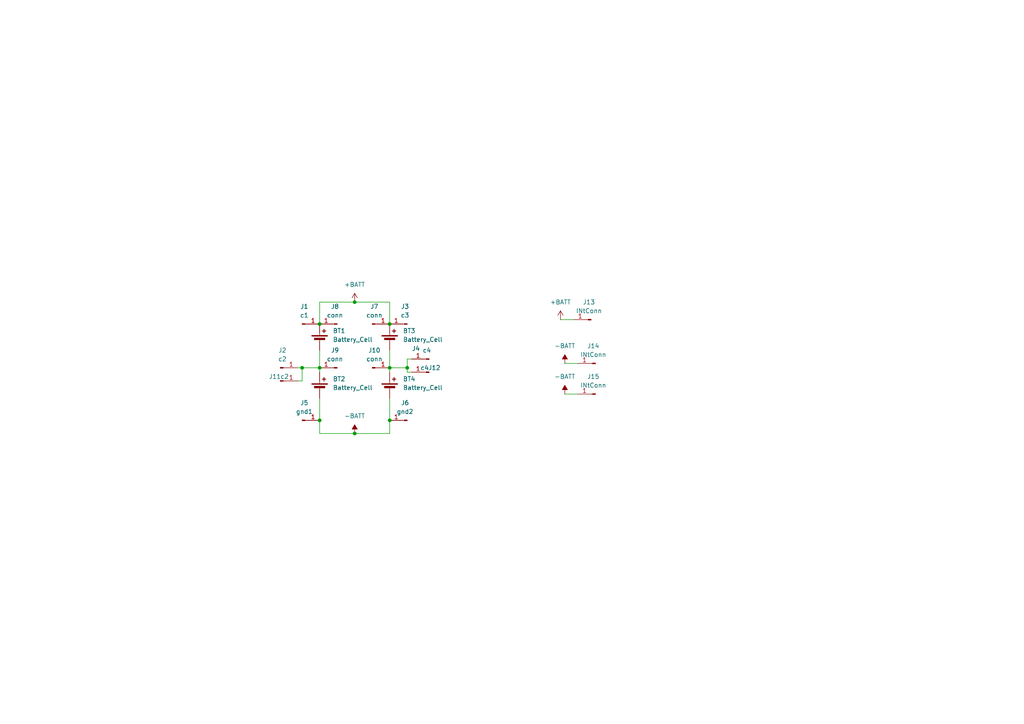
<source format=kicad_sch>
(kicad_sch (version 20250114) (generator "eeschema") (generator_version "9.0")
  (paper "A4")
  (lib_symbols
    (symbol "Connector:Conn_01x01_Pin" (pin_names (offset 1.016) (hide yes))
      (property "Reference" "J" (at 0 2.54 0))
      (property "Value" "Conn_01x01_Pin" (at 0 -2.54 0))
      (symbol "Conn_01x01_Pin_1_1"
        (rectangle (start 0.8636 0.127) (end 0 -0.127) (stroke (width 0.1524)) (fill (type outline)))
        (polyline (pts (xy 1.27 0) (xy 0.8636 0)) (stroke (width 0.1524)))
        (pin passive line (at 5.08 0 180) (length 3.81) (name "Pin_1") (number "1"))
      )
    )
    (symbol "Device:Battery_Cell" (pin_numbers (hide yes)) (pin_names (offset 0) (hide yes))
      (property "Reference" "BT" (at 2.54 2.54 0))
      (property "Value" "Battery_Cell" (at 2.54 0 0))
      (symbol "Battery_Cell_0_1"
        (rectangle (start -2.286 1.778) (end 2.286 1.524) (fill (type outline)))
        (rectangle (start -1.524 1.016) (end 1.524 0.508) (fill (type outline)))
        (polyline (pts (xy 0 1.778) (xy 0 2.54)))
        (polyline (pts (xy 0 0.762) (xy 0 0)))
        (polyline (pts (xy 0.762 3.048) (xy 1.778 3.048)) (stroke (width 0.254)))
        (polyline (pts (xy 1.27 3.556) (xy 1.27 2.54)) (stroke (width 0.254)))
      )
      (symbol "Battery_Cell_1_1"
        (pin passive line (at 0 5.08 270) (length 2.54) (name "+") (number "1"))
        (pin passive line (at 0 -2.54 90) (length 2.54) (name "-") (number "2"))
      )
    )
    (symbol "power:+BATT" (power) (pin_numbers (hide yes)) (pin_names (offset 0) (hide yes))
      (property "Value" "+BATT" (at 0 3.556 0))
      (symbol "+BATT_0_1"
        (polyline (pts (xy -0.762 1.27) (xy 0 2.54)))
        (polyline (pts (xy 0 2.54) (xy 0.762 1.27)))
        (polyline (pts (xy 0 0) (xy 0 2.54)))
      )
      (symbol "+BATT_1_1"
        (pin power_in line (at 0 0 90) (length 0) (name "~") (number "1"))
      )
    )
    (symbol "power:-BATT" (power) (pin_numbers (hide yes)) (pin_names (offset 0) (hide yes))
      (property "Value" "-BATT" (at 0 3.556 0))
      (symbol "-BATT_0_1"
        (polyline (pts (xy 0 0) (xy 0 2.54)))
        (polyline (pts (xy 0.762 1.27) (xy -0.762 1.27) (xy 0 2.54) (xy 0.762 1.27)) (fill (type outline)))
      )
      (symbol "-BATT_1_1"
        (pin power_in line (at 0 0 90) (length 0) (name "~") (number "1"))
      )
    )
  )
  (junction (at 118.11 106.68))
  (junction (at 113.03 121.92))
  (junction (at 92.71 106.68))
  (junction (at 102.87 87.63))
  (junction (at 92.71 121.92))
  (junction (at 113.03 93.98))
  (junction (at 87.63 106.68))
  (junction (at 92.71 93.98))
  (junction (at 113.03 106.68))
  (junction (at 102.87 125.73))
  (wire (pts (xy 118.11 106.68) (xy 113.03 106.68)))
  (wire (pts (xy 102.87 125.73) (xy 113.03 125.73)))
  (wire (pts (xy 162.56 92.71) (xy 166.37 92.71)))
  (wire (pts (xy 113.03 106.68) (xy 113.03 107.95)))
  (wire (pts (xy 113.03 101.6) (xy 113.03 106.68)))
  (wire (pts (xy 113.03 87.63) (xy 113.03 93.98)))
  (wire (pts (xy 92.71 87.63) (xy 92.71 93.98)))
  (wire (pts (xy 92.71 125.73) (xy 102.87 125.73)))
  (wire (pts (xy 92.71 115.57) (xy 92.71 121.92)))
  (wire (pts (xy 92.71 87.63) (xy 102.87 87.63)))
  (wire (pts (xy 92.71 121.92) (xy 92.71 125.73)))
  (wire (pts (xy 119.38 107.95) (xy 118.11 107.95)))
  (wire (pts (xy 163.83 105.41) (xy 167.64 105.41)))
  (wire (pts (xy 118.11 106.68) (xy 118.11 107.95)))
  (wire (pts (xy 86.36 110.49) (xy 87.63 110.49)))
  (wire (pts (xy 92.71 106.68) (xy 92.71 107.95)))
  (wire (pts (xy 163.83 114.3) (xy 167.64 114.3)))
  (wire (pts (xy 87.63 106.68) (xy 92.71 106.68)))
  (wire (pts (xy 86.36 106.68) (xy 87.63 106.68)))
  (wire (pts (xy 87.63 106.68) (xy 87.63 110.49)))
  (wire (pts (xy 119.38 104.14) (xy 118.11 104.14)))
  (wire (pts (xy 92.71 101.6) (xy 92.71 106.68)))
  (wire (pts (xy 113.03 115.57) (xy 113.03 121.92)))
  (wire (pts (xy 118.11 104.14) (xy 118.11 106.68)))
  (wire (pts (xy 113.03 121.92) (xy 113.03 125.73)))
  (wire (pts (xy 102.87 87.63) (xy 113.03 87.63)))
  (symbol (lib_id "Connector:Conn_01x01_Pin") (at 172.72 114.3 0) (mirror y) (unit 1)
    (property "Reference" "J15" (at 172.085 109.22 0))
    (property "Value" "INtConn" (at 172.085 111.76 0))
    (property "Footprint" "MountingHole:MountingHole_2.7mm_M2.5_Pad" (effects (hide yes)))
    (property "Description" "Generic connector, single row, 01x01, script generated" (effects (hide yes)))
  )
  (symbol (lib_id "Connector:Conn_01x01_Pin") (at 118.11 93.98 0) (mirror y) (unit 1)
    (property "Reference" "J3" (at 117.475 88.9 0))
    (property "Value" "c3" (at 117.475 91.44 0))
    (property "Footprint" "TestPoint:TestPoint_Pad_D4.0mm" (effects (hide yes)))
    (property "Description" "Generic connector, single row, 01x01, script generated" (effects (hide yes)))
  )
  (symbol (lib_id "Connector:Conn_01x01_Pin") (at 107.95 93.98 0) (unit 1)
    (property "Reference" "J7" (at 108.585 88.9 0))
    (property "Value" "conn" (at 108.585 91.44 0))
    (property "Footprint" "Connector_PinHeader_1.00mm:PinHeader_1x01_P1.00mm_Horizontal" (effects (hide yes)))
    (property "Description" "Generic connector, single row, 01x01, script generated" (effects (hide yes)))
  )
  (symbol (lib_id "Connector:Conn_01x01_Pin") (at 97.79 106.68 0) (mirror y) (unit 1)
    (property "Reference" "J9" (at 97.155 101.6 0))
    (property "Value" "conn" (at 97.155 104.14 0))
    (property "Footprint" "Connector_PinHeader_1.00mm:PinHeader_1x01_P1.00mm_Horizontal" (effects (hide yes)))
    (property "Description" "Generic connector, single row, 01x01, script generated" (effects (hide yes)))
  )
  (symbol (lib_id "Connector:Conn_01x01_Pin") (at 87.63 121.92 0) (unit 1)
    (property "Reference" "J5" (at 88.265 116.84 0))
    (property "Value" "gnd1" (at 88.265 119.38 0))
    (property "Footprint" "TestPoint:TestPoint_Pad_D4.0mm" (effects (hide yes)))
    (property "Description" "Generic connector, single row, 01x01, script generated" (effects (hide yes)))
  )
  (symbol (lib_id "power:-BATT") (at 163.83 114.3 0) (unit 1)
    (property "Reference" "#PWR05" (effects (hide yes)))
    (property "Value" "-BATT" (at 163.83 109.22 0))
    (property "Description" "Power symbol creates a global label with name \"-BATT\"" (effects (hide yes)))
  )
  (symbol (lib_id "Device:Battery_Cell") (at 113.03 99.06 0) (unit 1) (on_board no)
    (property "Reference" "BT3" (at 116.84 95.9484 0) (effects (justify left)))
    (property "Value" "Battery_Cell" (at 116.84 98.4884 0) (effects (justify left)))
    (property "Footprint" "Battery:BatteryHolder_Keystone_3034_1x20mm" (effects (hide yes)))
    (property "Description" "Single-cell battery" (effects (hide yes)))
  )
  (symbol (lib_id "Connector:Conn_01x01_Pin") (at 107.95 106.68 0) (unit 1)
    (property "Reference" "J10" (at 108.585 101.6 0))
    (property "Value" "conn" (at 108.585 104.14 0))
    (property "Footprint" "Connector_PinHeader_1.00mm:PinHeader_1x01_P1.00mm_Horizontal" (effects (hide yes)))
    (property "Description" "Generic connector, single row, 01x01, script generated" (effects (hide yes)))
  )
  (symbol (lib_id "Connector:Conn_01x01_Pin") (at 172.72 105.41 0) (mirror y) (unit 1)
    (property "Reference" "J14" (at 172.085 100.33 0))
    (property "Value" "INtConn" (at 172.085 102.87 0))
    (property "Footprint" "MountingHole:MountingHole_2.7mm_M2.5_Pad" (effects (hide yes)))
    (property "Description" "Generic connector, single row, 01x01, script generated" (effects (hide yes)))
  )
  (symbol (lib_id "Connector:Conn_01x01_Pin") (at 81.28 110.49 0) (unit 1)
    (property "Reference" "J11" (at 79.756 109.22 0))
    (property "Value" "c2" (at 82.55 109.22 0))
    (property "Footprint" "TestPoint:TestPoint_Pad_D4.0mm" (effects (hide yes)))
    (property "Description" "Generic connector, single row, 01x01, script generated" (effects (hide yes)))
  )
  (symbol (lib_id "Connector:Conn_01x01_Pin") (at 87.63 93.98 0) (unit 1)
    (property "Reference" "J1" (at 88.265 88.9 0))
    (property "Value" "c1" (at 88.265 91.44 0))
    (property "Footprint" "TestPoint:TestPoint_Pad_D4.0mm" (effects (hide yes)))
    (property "Description" "Generic connector, single row, 01x01, script generated" (effects (hide yes)))
  )
  (symbol (lib_id "power:-BATT") (at 163.83 105.41 0) (unit 1)
    (property "Reference" "#PWR04" (effects (hide yes)))
    (property "Value" "-BATT" (at 163.83 100.33 0))
    (property "Description" "Power symbol creates a global label with name \"-BATT\"" (effects (hide yes)))
  )
  (symbol (lib_id "power:-BATT") (at 102.87 125.73 0) (unit 1)
    (property "Reference" "#PWR02" (effects (hide yes)))
    (property "Value" "-BATT" (at 102.87 120.65 0))
    (property "Description" "Power symbol creates a global label with name \"-BATT\"" (effects (hide yes)))
  )
  (symbol (lib_id "power:+BATT") (at 162.56 92.71 0) (unit 1)
    (property "Reference" "#PWR03" (effects (hide yes)))
    (property "Value" "+BATT" (at 162.56 87.63 0))
    (property "Description" "Power symbol creates a global label with name \"+BATT\"" (effects (hide yes)))
  )
  (symbol (lib_id "Device:Battery_Cell") (at 92.71 99.06 0) (unit 1) (on_board no)
    (property "Reference" "BT1" (at 96.52 95.9484 0) (effects (justify left)))
    (property "Value" "Battery_Cell" (at 96.52 98.4884 0) (effects (justify left)))
    (property "Description" "Single-cell battery" (effects (hide yes)))
  )
  (symbol (lib_id "Connector:Conn_01x01_Pin") (at 124.46 107.95 0) (mirror y) (unit 1)
    (property "Reference" "J12" (at 125.984 106.68 0))
    (property "Value" "c4" (at 123.19 106.68 0))
    (property "Footprint" "TestPoint:TestPoint_Pad_D4.0mm" (effects (hide yes)))
    (property "Description" "Generic connector, single row, 01x01, script generated" (effects (hide yes)))
  )
  (symbol (lib_id "Device:Battery_Cell") (at 113.03 113.03 0) (unit 1) (on_board no)
    (property "Reference" "BT4" (at 116.84 109.9184 0) (effects (justify left)))
    (property "Value" "Battery_Cell" (at 116.84 112.4584 0) (effects (justify left)))
    (property "Description" "Single-cell battery" (effects (hide yes)))
  )
  (symbol (lib_id "Connector:Conn_01x01_Pin") (at 171.45 92.71 0) (mirror y) (unit 1)
    (property "Reference" "J13" (at 170.815 87.63 0))
    (property "Value" "INtConn" (at 170.815 90.17 0))
    (property "Footprint" "MountingHole:MountingHole_2.7mm_M2.5_Pad" (effects (hide yes)))
    (property "Description" "Generic connector, single row, 01x01, script generated" (effects (hide yes)))
  )
  (symbol (lib_id "power:+BATT") (at 102.87 87.63 0) (unit 1)
    (property "Reference" "#PWR01" (effects (hide yes)))
    (property "Value" "+BATT" (at 102.87 82.55 0))
    (property "Description" "Power symbol creates a global label with name \"+BATT\"" (effects (hide yes)))
  )
  (symbol (lib_id "Connector:Conn_01x01_Pin") (at 97.79 93.98 0) (mirror y) (unit 1)
    (property "Reference" "J8" (at 97.155 88.9 0))
    (property "Value" "conn" (at 97.155 91.44 0))
    (property "Footprint" "Connector_PinHeader_1.00mm:PinHeader_1x01_P1.00mm_Horizontal" (effects (hide yes)))
    (property "Description" "Generic connector, single row, 01x01, script generated" (effects (hide yes)))
  )
  (symbol (lib_id "Connector:Conn_01x01_Pin") (at 118.11 121.92 0) (mirror y) (unit 1)
    (property "Reference" "J6" (at 117.475 116.84 0))
    (property "Value" "gnd2" (at 117.475 119.38 0))
    (property "Footprint" "TestPoint:TestPoint_Pad_D4.0mm" (effects (hide yes)))
    (property "Description" "Generic connector, single row, 01x01, script generated" (effects (hide yes)))
  )
  (symbol (lib_id "Device:Battery_Cell") (at 92.71 113.03 0) (unit 1) (on_board no)
    (property "Reference" "BT2" (at 96.52 109.9184 0) (effects (justify left)))
    (property "Value" "Battery_Cell" (at 96.52 112.4584 0) (effects (justify left)))
    (property "Description" "Single-cell battery" (effects (hide yes)))
  )
  (symbol (lib_id "Connector:Conn_01x01_Pin") (at 124.46 104.14 0) (mirror y) (unit 1)
    (property "Reference" "J4" (at 120.65 101.092 0))
    (property "Value" "c4" (at 123.825 101.6 0))
    (property "Footprint" "TestPoint:TestPoint_Pad_D4.0mm" (effects (hide yes)))
    (property "Description" "Generic connector, single row, 01x01, script generated" (effects (hide yes)))
  )
  (symbol (lib_id "Connector:Conn_01x01_Pin") (at 81.28 106.68 0) (unit 1)
    (property "Reference" "J2" (at 81.915 101.6 0))
    (property "Value" "c2" (at 81.915 104.14 0))
    (property "Footprint" "TestPoint:TestPoint_Pad_D4.0mm" (effects (hide yes)))
    (property "Description" "Generic connector, single row, 01x01, script generated" (effects (hide yes)))
  )
)
</source>
